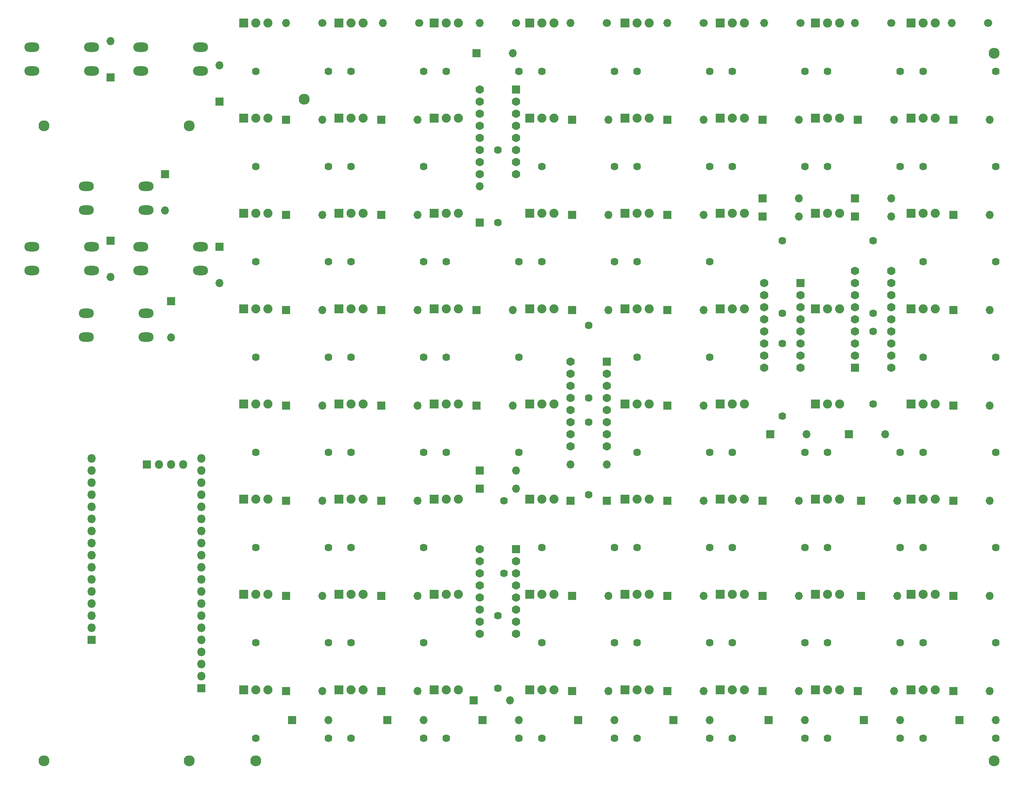
<source format=gbr>
%TF.GenerationSoftware,KiCad,Pcbnew,5.1.6-c6e7f7d~86~ubuntu18.04.1*%
%TF.CreationDate,2020-06-02T23:01:44+03:00*%
%TF.ProjectId,chessboard_pcb,63686573-7362-46f6-9172-645f7063622e,rev?*%
%TF.SameCoordinates,Original*%
%TF.FileFunction,Soldermask,Top*%
%TF.FilePolarity,Negative*%
%FSLAX46Y46*%
G04 Gerber Fmt 4.6, Leading zero omitted, Abs format (unit mm)*
G04 Created by KiCad (PCBNEW 5.1.6-c6e7f7d~86~ubuntu18.04.1) date 2020-06-02 23:01:44*
%MOMM*%
%LPD*%
G01*
G04 APERTURE LIST*
%ADD10C,2.300000*%
%ADD11O,3.148000X1.950000*%
%ADD12O,1.700000X1.700000*%
%ADD13R,1.700000X1.700000*%
%ADD14C,1.624000*%
%ADD15C,1.700000*%
%ADD16O,1.800000X1.800000*%
%ADD17R,1.800000X1.800000*%
%ADD18C,1.900000*%
%ADD19R,1.900000X1.900000*%
%ADD20R,1.776400X1.776400*%
%ADD21C,1.776400*%
G04 APERTURE END LIST*
D10*
%TO.C,*%
X80010000Y-52070000D03*
%TD*%
%TO.C,*%
X49530000Y-52070000D03*
%TD*%
%TO.C,*%
X49530000Y-185420000D03*
%TD*%
%TO.C,*%
X80010000Y-185420000D03*
%TD*%
%TO.C,*%
X104140000Y-46490000D03*
%TD*%
%TO.C,*%
X248920000Y-36830000D03*
%TD*%
%TO.C,*%
X248920000Y-185420000D03*
%TD*%
%TO.C,*%
X93980000Y-185420000D03*
%TD*%
D11*
%TO.C,SW70*%
X58420000Y-69770000D03*
X58420000Y-64770000D03*
X70920000Y-69770000D03*
X70920000Y-64770000D03*
%TD*%
%TO.C,SW69*%
X69850000Y-40560000D03*
X69850000Y-35560000D03*
X82350000Y-40560000D03*
X82350000Y-35560000D03*
%TD*%
%TO.C,SW68*%
X69850000Y-82470000D03*
X69850000Y-77470000D03*
X82350000Y-82470000D03*
X82350000Y-77470000D03*
%TD*%
%TO.C,SW67*%
X46990000Y-40560000D03*
X46990000Y-35560000D03*
X59490000Y-40560000D03*
X59490000Y-35560000D03*
%TD*%
%TO.C,SW66*%
X58420000Y-96440000D03*
X58420000Y-91440000D03*
X70920000Y-96440000D03*
X70920000Y-91440000D03*
%TD*%
%TO.C,SW65*%
X46990000Y-82470000D03*
X46990000Y-77470000D03*
X59490000Y-82470000D03*
X59490000Y-77470000D03*
%TD*%
D12*
%TO.C,D134*%
X74930000Y-69850000D03*
D13*
X74930000Y-62230000D03*
%TD*%
D12*
%TO.C,D133*%
X86360000Y-39370000D03*
D13*
X86360000Y-46990000D03*
%TD*%
D12*
%TO.C,D132*%
X86360000Y-85090000D03*
D13*
X86360000Y-77470000D03*
%TD*%
D12*
%TO.C,D131*%
X63500000Y-34290000D03*
D13*
X63500000Y-41910000D03*
%TD*%
D12*
%TO.C,D130*%
X76200000Y-96520000D03*
D13*
X76200000Y-88900000D03*
%TD*%
D12*
%TO.C,D129*%
X63500000Y-83820000D03*
D13*
X63500000Y-76200000D03*
%TD*%
D14*
%TO.C,SW64*%
X249220000Y-180640000D03*
X233980000Y-180640000D03*
%TD*%
%TO.C,SW63*%
X249220000Y-160640000D03*
X233980000Y-160640000D03*
%TD*%
%TO.C,SW62*%
X249220000Y-140640000D03*
X233980000Y-140640000D03*
%TD*%
%TO.C,SW61*%
X249220000Y-120640000D03*
X233980000Y-120640000D03*
%TD*%
%TO.C,SW60*%
X249220000Y-100640000D03*
X233980000Y-100640000D03*
%TD*%
%TO.C,SW59*%
X249220000Y-80640000D03*
X233980000Y-80640000D03*
%TD*%
%TO.C,SW58*%
X249220000Y-60640000D03*
X233980000Y-60640000D03*
%TD*%
%TO.C,SW57*%
X249220000Y-40640000D03*
X233980000Y-40640000D03*
%TD*%
%TO.C,SW56*%
X229220000Y-180640000D03*
X213980000Y-180640000D03*
%TD*%
%TO.C,SW55*%
X229220000Y-160640000D03*
X213980000Y-160640000D03*
%TD*%
%TO.C,SW54*%
X229220000Y-140640000D03*
X213980000Y-140640000D03*
%TD*%
%TO.C,SW53*%
X229220000Y-120640000D03*
X213980000Y-120640000D03*
%TD*%
%TO.C,SW52*%
X223520000Y-110490000D03*
X223520000Y-95250000D03*
%TD*%
%TO.C,SW51*%
X223520000Y-91440000D03*
X223520000Y-76200000D03*
%TD*%
%TO.C,SW50*%
X229220000Y-60640000D03*
X213980000Y-60640000D03*
%TD*%
%TO.C,SW49*%
X229220000Y-40640000D03*
X213980000Y-40640000D03*
%TD*%
%TO.C,SW48*%
X209220000Y-180640000D03*
X193980000Y-180640000D03*
%TD*%
%TO.C,SW47*%
X209220000Y-160640000D03*
X193980000Y-160640000D03*
%TD*%
%TO.C,SW46*%
X209220000Y-140640000D03*
X193980000Y-140640000D03*
%TD*%
%TO.C,SW45*%
X209220000Y-120640000D03*
X193980000Y-120640000D03*
%TD*%
%TO.C,SW44*%
X204470000Y-97790000D03*
X204470000Y-113030000D03*
%TD*%
%TO.C,SW43*%
X204470000Y-91440000D03*
X204470000Y-76200000D03*
%TD*%
%TO.C,SW42*%
X209220000Y-60640000D03*
X193980000Y-60640000D03*
%TD*%
%TO.C,SW41*%
X209220000Y-40640000D03*
X193980000Y-40640000D03*
%TD*%
%TO.C,SW40*%
X189220000Y-180640000D03*
X173980000Y-180640000D03*
%TD*%
%TO.C,SW39*%
X189220000Y-160640000D03*
X173980000Y-160640000D03*
%TD*%
%TO.C,SW38*%
X189220000Y-140640000D03*
X173980000Y-140640000D03*
%TD*%
%TO.C,SW37*%
X189220000Y-120640000D03*
X173980000Y-120640000D03*
%TD*%
%TO.C,SW36*%
X189220000Y-100640000D03*
X173980000Y-100640000D03*
%TD*%
%TO.C,SW35*%
X189220000Y-80640000D03*
X173980000Y-80640000D03*
%TD*%
%TO.C,SW34*%
X189220000Y-60640000D03*
X173980000Y-60640000D03*
%TD*%
%TO.C,SW33*%
X189220000Y-40640000D03*
X173980000Y-40640000D03*
%TD*%
%TO.C,SW32*%
X169220000Y-180640000D03*
X153980000Y-180640000D03*
%TD*%
%TO.C,SW31*%
X169220000Y-160640000D03*
X153980000Y-160640000D03*
%TD*%
%TO.C,SW30*%
X169220000Y-140640000D03*
X153980000Y-140640000D03*
%TD*%
%TO.C,SW29*%
X163830000Y-114300000D03*
X163830000Y-129540000D03*
%TD*%
%TO.C,SW28*%
X163830000Y-109220000D03*
X163830000Y-93980000D03*
%TD*%
%TO.C,SW27*%
X169220000Y-80640000D03*
X153980000Y-80640000D03*
%TD*%
%TO.C,SW26*%
X169220000Y-60640000D03*
X153980000Y-60640000D03*
%TD*%
%TO.C,SW25*%
X169220000Y-40640000D03*
X153980000Y-40640000D03*
%TD*%
%TO.C,SW24*%
X149220000Y-180640000D03*
X133980000Y-180640000D03*
%TD*%
%TO.C,SW23*%
X144780000Y-170180000D03*
X144780000Y-154940000D03*
%TD*%
%TO.C,SW22*%
X146050000Y-130810000D03*
X146050000Y-146050000D03*
%TD*%
%TO.C,SW21*%
X149220000Y-120640000D03*
X133980000Y-120640000D03*
%TD*%
%TO.C,SW20*%
X149220000Y-100640000D03*
X133980000Y-100640000D03*
%TD*%
%TO.C,SW19*%
X149220000Y-80640000D03*
X133980000Y-80640000D03*
%TD*%
%TO.C,SW18*%
X144780000Y-57150000D03*
X144780000Y-72390000D03*
%TD*%
%TO.C,SW17*%
X149220000Y-40640000D03*
X133980000Y-40640000D03*
%TD*%
%TO.C,SW16*%
X129220000Y-180640000D03*
X113980000Y-180640000D03*
%TD*%
%TO.C,SW15*%
X129220000Y-160640000D03*
X113980000Y-160640000D03*
%TD*%
%TO.C,SW14*%
X129220000Y-140640000D03*
X113980000Y-140640000D03*
%TD*%
%TO.C,SW13*%
X129220000Y-120640000D03*
X113980000Y-120640000D03*
%TD*%
%TO.C,SW12*%
X129220000Y-100640000D03*
X113980000Y-100640000D03*
%TD*%
%TO.C,SW11*%
X129220000Y-80640000D03*
X113980000Y-80640000D03*
%TD*%
%TO.C,SW10*%
X129220000Y-60640000D03*
X113980000Y-60640000D03*
%TD*%
%TO.C,SW9*%
X129220000Y-40640000D03*
X113980000Y-40640000D03*
%TD*%
%TO.C,SW8*%
X109220000Y-180640000D03*
X93980000Y-180640000D03*
%TD*%
%TO.C,SW7*%
X109220000Y-160640000D03*
X93980000Y-160640000D03*
%TD*%
%TO.C,SW6*%
X109220000Y-140640000D03*
X93980000Y-140640000D03*
%TD*%
%TO.C,SW5*%
X109220000Y-120640000D03*
X93980000Y-120640000D03*
%TD*%
%TO.C,SW4*%
X109220000Y-100640000D03*
X93980000Y-100640000D03*
%TD*%
%TO.C,SW3*%
X109220000Y-80640000D03*
X93980000Y-80640000D03*
%TD*%
%TO.C,SW2*%
X109220000Y-60640000D03*
X93980000Y-60640000D03*
%TD*%
%TO.C,SW1*%
X109220000Y-40640000D03*
X93980000Y-40640000D03*
%TD*%
D12*
%TO.C,R8*%
X240030000Y-30480000D03*
D15*
X247650000Y-30480000D03*
%TD*%
D12*
%TO.C,R7*%
X219710000Y-30480000D03*
D15*
X227330000Y-30480000D03*
%TD*%
D12*
%TO.C,R6*%
X200660000Y-30480000D03*
D15*
X208280000Y-30480000D03*
%TD*%
D12*
%TO.C,R5*%
X180340000Y-30480000D03*
D15*
X187960000Y-30480000D03*
%TD*%
D12*
%TO.C,R4*%
X160020000Y-30480000D03*
D15*
X167640000Y-30480000D03*
%TD*%
D12*
%TO.C,R3*%
X140970000Y-30480000D03*
D15*
X148590000Y-30480000D03*
%TD*%
D12*
%TO.C,R2*%
X120650000Y-30480000D03*
D15*
X128270000Y-30480000D03*
%TD*%
D12*
%TO.C,R1*%
X100330000Y-30480000D03*
D15*
X107950000Y-30480000D03*
%TD*%
D12*
%TO.C,D128*%
X249220000Y-176830000D03*
D13*
X241600000Y-176830000D03*
%TD*%
D12*
%TO.C,D127*%
X247950000Y-170800000D03*
D13*
X240330000Y-170800000D03*
%TD*%
D12*
%TO.C,D126*%
X247950000Y-150800000D03*
D13*
X240330000Y-150800000D03*
%TD*%
D12*
%TO.C,D125*%
X247950000Y-130800000D03*
D13*
X240330000Y-130800000D03*
%TD*%
D12*
%TO.C,D124*%
X247950000Y-110800000D03*
D13*
X240330000Y-110800000D03*
%TD*%
D12*
%TO.C,D123*%
X247950000Y-90800000D03*
D13*
X240330000Y-90800000D03*
%TD*%
D12*
%TO.C,D122*%
X247950000Y-70800000D03*
D13*
X240330000Y-70800000D03*
%TD*%
D12*
%TO.C,D121*%
X247950000Y-50800000D03*
D13*
X240330000Y-50800000D03*
%TD*%
D12*
%TO.C,D120*%
X229220000Y-176830000D03*
D13*
X221600000Y-176830000D03*
%TD*%
D12*
%TO.C,D119*%
X227950000Y-170800000D03*
D13*
X220330000Y-170800000D03*
%TD*%
D12*
%TO.C,D118*%
X228600000Y-150800000D03*
D13*
X220980000Y-150800000D03*
%TD*%
D12*
%TO.C,D117*%
X228600000Y-130810000D03*
D13*
X220980000Y-130810000D03*
%TD*%
D12*
%TO.C,D116*%
X226060000Y-116840000D03*
D13*
X218440000Y-116840000D03*
%TD*%
D12*
%TO.C,D115*%
X227330000Y-71120000D03*
D13*
X219710000Y-71120000D03*
%TD*%
D12*
%TO.C,D114*%
X227330000Y-67310000D03*
D13*
X219710000Y-67310000D03*
%TD*%
D12*
%TO.C,D113*%
X227950000Y-50800000D03*
D13*
X220330000Y-50800000D03*
%TD*%
D12*
%TO.C,D112*%
X209220000Y-176830000D03*
D13*
X201600000Y-176830000D03*
%TD*%
D12*
%TO.C,D111*%
X207950000Y-170800000D03*
D13*
X200330000Y-170800000D03*
%TD*%
D12*
%TO.C,D110*%
X207950000Y-150800000D03*
D13*
X200330000Y-150800000D03*
%TD*%
D12*
%TO.C,D109*%
X207950000Y-130800000D03*
D13*
X200330000Y-130800000D03*
%TD*%
D12*
%TO.C,D108*%
X209550000Y-116840000D03*
D13*
X201930000Y-116840000D03*
%TD*%
D12*
%TO.C,D107*%
X207950000Y-71120000D03*
D13*
X200330000Y-71120000D03*
%TD*%
D12*
%TO.C,D106*%
X207950000Y-67310000D03*
D13*
X200330000Y-67310000D03*
%TD*%
D12*
%TO.C,D105*%
X207950000Y-50800000D03*
D13*
X200330000Y-50800000D03*
%TD*%
D12*
%TO.C,D104*%
X189220000Y-176830000D03*
D13*
X181600000Y-176830000D03*
%TD*%
D12*
%TO.C,D103*%
X187950000Y-170800000D03*
D13*
X180330000Y-170800000D03*
%TD*%
D12*
%TO.C,D102*%
X187950000Y-150800000D03*
D13*
X180330000Y-150800000D03*
%TD*%
D12*
%TO.C,D101*%
X187950000Y-130800000D03*
D13*
X180330000Y-130800000D03*
%TD*%
D12*
%TO.C,D100*%
X187950000Y-110800000D03*
D13*
X180330000Y-110800000D03*
%TD*%
D12*
%TO.C,D99*%
X187950000Y-90800000D03*
D13*
X180330000Y-90800000D03*
%TD*%
D12*
%TO.C,D98*%
X187950000Y-70800000D03*
D13*
X180330000Y-70800000D03*
%TD*%
D12*
%TO.C,D97*%
X187950000Y-50800000D03*
D13*
X180330000Y-50800000D03*
%TD*%
D12*
%TO.C,D96*%
X169220000Y-176830000D03*
D13*
X161600000Y-176830000D03*
%TD*%
D12*
%TO.C,D95*%
X167950000Y-170800000D03*
D13*
X160330000Y-170800000D03*
%TD*%
D12*
%TO.C,D94*%
X167950000Y-150800000D03*
D13*
X160330000Y-150800000D03*
%TD*%
D12*
%TO.C,D93*%
X160020000Y-123190000D03*
D13*
X160020000Y-130810000D03*
%TD*%
D12*
%TO.C,D92*%
X167640000Y-123190000D03*
D13*
X167640000Y-130810000D03*
%TD*%
D12*
%TO.C,D91*%
X167950000Y-90800000D03*
D13*
X160330000Y-90800000D03*
%TD*%
D12*
%TO.C,D90*%
X167950000Y-70800000D03*
D13*
X160330000Y-70800000D03*
%TD*%
D12*
%TO.C,D89*%
X167950000Y-50800000D03*
D13*
X160330000Y-50800000D03*
%TD*%
D12*
%TO.C,D88*%
X149220000Y-176830000D03*
D13*
X141600000Y-176830000D03*
%TD*%
D12*
%TO.C,D87*%
X147320000Y-172720000D03*
D13*
X139700000Y-172720000D03*
%TD*%
D12*
%TO.C,D86*%
X148590000Y-128270000D03*
D13*
X140970000Y-128270000D03*
%TD*%
D12*
%TO.C,D85*%
X148590000Y-124460000D03*
D13*
X140970000Y-124460000D03*
%TD*%
D12*
%TO.C,D84*%
X147950000Y-110800000D03*
D13*
X140330000Y-110800000D03*
%TD*%
D12*
%TO.C,D83*%
X147950000Y-90800000D03*
D13*
X140330000Y-90800000D03*
%TD*%
D12*
%TO.C,D82*%
X140970000Y-64770000D03*
D13*
X140970000Y-72390000D03*
%TD*%
D12*
%TO.C,D81*%
X147950000Y-36830000D03*
D13*
X140330000Y-36830000D03*
%TD*%
D12*
%TO.C,D80*%
X129220000Y-176830000D03*
D13*
X121600000Y-176830000D03*
%TD*%
D12*
%TO.C,D79*%
X127950000Y-170800000D03*
D13*
X120330000Y-170800000D03*
%TD*%
D12*
%TO.C,D78*%
X127950000Y-150800000D03*
D13*
X120330000Y-150800000D03*
%TD*%
D12*
%TO.C,D77*%
X127950000Y-130800000D03*
D13*
X120330000Y-130800000D03*
%TD*%
D12*
%TO.C,D76*%
X127950000Y-110800000D03*
D13*
X120330000Y-110800000D03*
%TD*%
D12*
%TO.C,D75*%
X127950000Y-90800000D03*
D13*
X120330000Y-90800000D03*
%TD*%
D12*
%TO.C,D74*%
X127950000Y-70800000D03*
D13*
X120330000Y-70800000D03*
%TD*%
D12*
%TO.C,D73*%
X127950000Y-50800000D03*
D13*
X120330000Y-50800000D03*
%TD*%
D12*
%TO.C,D72*%
X109220000Y-176830000D03*
D13*
X101600000Y-176830000D03*
%TD*%
D12*
%TO.C,D71*%
X107950000Y-170800000D03*
D13*
X100330000Y-170800000D03*
%TD*%
D12*
%TO.C,D70*%
X107950000Y-150800000D03*
D13*
X100330000Y-150800000D03*
%TD*%
D12*
%TO.C,D69*%
X107950000Y-130800000D03*
D13*
X100330000Y-130800000D03*
%TD*%
D12*
%TO.C,D68*%
X107950000Y-110800000D03*
D13*
X100330000Y-110800000D03*
%TD*%
D12*
%TO.C,D67*%
X107950000Y-90800000D03*
D13*
X100330000Y-90800000D03*
%TD*%
D12*
%TO.C,D66*%
X107950000Y-70800000D03*
D13*
X100330000Y-70800000D03*
%TD*%
D12*
%TO.C,D65*%
X107950000Y-50800000D03*
D13*
X100330000Y-50800000D03*
%TD*%
D16*
%TO.C,J3*%
X78740000Y-123190000D03*
X76200000Y-123190000D03*
X73660000Y-123190000D03*
D17*
X71120000Y-123190000D03*
%TD*%
D16*
%TO.C,J2*%
X59550000Y-121920000D03*
X59550000Y-124460000D03*
X59550000Y-127000000D03*
X59550000Y-129540000D03*
X59550000Y-132080000D03*
X59550000Y-134620000D03*
X59550000Y-137160000D03*
X59550000Y-139700000D03*
X59550000Y-142240000D03*
X59550000Y-144780000D03*
X59550000Y-147320000D03*
X59550000Y-149860000D03*
X59550000Y-152400000D03*
X59550000Y-154940000D03*
X59550000Y-157480000D03*
D17*
X59550000Y-160020000D03*
%TD*%
D16*
%TO.C,J1*%
X82550000Y-121920000D03*
X82550000Y-124460000D03*
X82550000Y-127000000D03*
X82550000Y-129540000D03*
X82550000Y-132080000D03*
X82550000Y-134620000D03*
X82550000Y-137160000D03*
X82550000Y-139700000D03*
X82550000Y-142240000D03*
X82550000Y-144780000D03*
X82550000Y-147320000D03*
X82550000Y-149860000D03*
X82550000Y-152400000D03*
X82550000Y-154940000D03*
X82550000Y-157480000D03*
X82550000Y-160020000D03*
X82550000Y-162560000D03*
X82550000Y-165100000D03*
X82550000Y-167640000D03*
D17*
X82550000Y-170180000D03*
%TD*%
D18*
%TO.C,D19*%
X136520000Y-70480000D03*
X133980000Y-70480000D03*
D19*
X131440000Y-70480000D03*
%TD*%
D18*
%TO.C,D27*%
X156520000Y-70480000D03*
X153980000Y-70480000D03*
D19*
X151440000Y-70480000D03*
%TD*%
D20*
%TO.C,U5*%
X148590000Y-140970000D03*
D21*
X148590000Y-143510000D03*
X148590000Y-146050000D03*
X148590000Y-148590000D03*
X148590000Y-151130000D03*
X148590000Y-153670000D03*
X148590000Y-156210000D03*
X148590000Y-158750000D03*
X140970000Y-158750000D03*
X140970000Y-156210000D03*
X140970000Y-153670000D03*
X140970000Y-151130000D03*
X140970000Y-148590000D03*
X140970000Y-146050000D03*
X140970000Y-143510000D03*
X140970000Y-140970000D03*
%TD*%
D20*
%TO.C,U4*%
X148590000Y-44450000D03*
D21*
X148590000Y-46990000D03*
X148590000Y-49530000D03*
X148590000Y-52070000D03*
X148590000Y-54610000D03*
X148590000Y-57150000D03*
X148590000Y-59690000D03*
X148590000Y-62230000D03*
X140970000Y-62230000D03*
X140970000Y-59690000D03*
X140970000Y-57150000D03*
X140970000Y-54610000D03*
X140970000Y-52070000D03*
X140970000Y-49530000D03*
X140970000Y-46990000D03*
X140970000Y-44450000D03*
%TD*%
D20*
%TO.C,U3*%
X219710000Y-102870000D03*
D21*
X219710000Y-100330000D03*
X219710000Y-97790000D03*
X219710000Y-95250000D03*
X219710000Y-92710000D03*
X219710000Y-90170000D03*
X219710000Y-87630000D03*
X219710000Y-85090000D03*
X219710000Y-82550000D03*
X227330000Y-82550000D03*
X227330000Y-85090000D03*
X227330000Y-87630000D03*
X227330000Y-90170000D03*
X227330000Y-92710000D03*
X227330000Y-95250000D03*
X227330000Y-97790000D03*
X227330000Y-100330000D03*
X227330000Y-102870000D03*
%TD*%
D20*
%TO.C,U2*%
X167640000Y-101600000D03*
D21*
X167640000Y-104140000D03*
X167640000Y-106680000D03*
X167640000Y-109220000D03*
X167640000Y-111760000D03*
X167640000Y-114300000D03*
X167640000Y-116840000D03*
X167640000Y-119380000D03*
X160020000Y-119380000D03*
X160020000Y-116840000D03*
X160020000Y-114300000D03*
X160020000Y-111760000D03*
X160020000Y-109220000D03*
X160020000Y-106680000D03*
X160020000Y-104140000D03*
X160020000Y-101600000D03*
%TD*%
D20*
%TO.C,U1*%
X208280000Y-85090000D03*
D21*
X208280000Y-87630000D03*
X208280000Y-90170000D03*
X208280000Y-92710000D03*
X208280000Y-95250000D03*
X208280000Y-97790000D03*
X208280000Y-100330000D03*
X208280000Y-102870000D03*
X200660000Y-102870000D03*
X200660000Y-100330000D03*
X200660000Y-97790000D03*
X200660000Y-95250000D03*
X200660000Y-92710000D03*
X200660000Y-90170000D03*
X200660000Y-87630000D03*
X200660000Y-85090000D03*
%TD*%
D18*
%TO.C,D64*%
X236520000Y-170480000D03*
X233980000Y-170480000D03*
D19*
X231440000Y-170480000D03*
%TD*%
D18*
%TO.C,D63*%
X236520000Y-150480000D03*
X233980000Y-150480000D03*
D19*
X231440000Y-150480000D03*
%TD*%
D18*
%TO.C,D62*%
X236520000Y-130480000D03*
X233980000Y-130480000D03*
D19*
X231440000Y-130480000D03*
%TD*%
D18*
%TO.C,D61*%
X236520000Y-110480000D03*
X233980000Y-110480000D03*
D19*
X231440000Y-110480000D03*
%TD*%
D18*
%TO.C,D60*%
X236520000Y-90480000D03*
X233980000Y-90480000D03*
D19*
X231440000Y-90480000D03*
%TD*%
D18*
%TO.C,D59*%
X236520000Y-70480000D03*
X233980000Y-70480000D03*
D19*
X231440000Y-70480000D03*
%TD*%
D18*
%TO.C,D58*%
X236520000Y-50480000D03*
X233980000Y-50480000D03*
D19*
X231440000Y-50480000D03*
%TD*%
D18*
%TO.C,D57*%
X236520000Y-30480000D03*
X233980000Y-30480000D03*
D19*
X231440000Y-30480000D03*
%TD*%
D18*
%TO.C,D56*%
X216520000Y-170480000D03*
X213980000Y-170480000D03*
D19*
X211440000Y-170480000D03*
%TD*%
D18*
%TO.C,D55*%
X216520000Y-150480000D03*
X213980000Y-150480000D03*
D19*
X211440000Y-150480000D03*
%TD*%
D18*
%TO.C,D54*%
X216520000Y-130480000D03*
X213980000Y-130480000D03*
D19*
X211440000Y-130480000D03*
%TD*%
D18*
%TO.C,D53*%
X216520000Y-110480000D03*
X213980000Y-110480000D03*
D19*
X211440000Y-110480000D03*
%TD*%
D18*
%TO.C,D52*%
X216520000Y-90480000D03*
X213980000Y-90480000D03*
D19*
X211440000Y-90480000D03*
%TD*%
D18*
%TO.C,D51*%
X216520000Y-70480000D03*
X213980000Y-70480000D03*
D19*
X211440000Y-70480000D03*
%TD*%
D18*
%TO.C,D50*%
X216520000Y-50480000D03*
X213980000Y-50480000D03*
D19*
X211440000Y-50480000D03*
%TD*%
D18*
%TO.C,D49*%
X216520000Y-30480000D03*
X213980000Y-30480000D03*
D19*
X211440000Y-30480000D03*
%TD*%
D18*
%TO.C,D48*%
X196520000Y-170480000D03*
X193980000Y-170480000D03*
D19*
X191440000Y-170480000D03*
%TD*%
D18*
%TO.C,D47*%
X196520000Y-150480000D03*
X193980000Y-150480000D03*
D19*
X191440000Y-150480000D03*
%TD*%
D18*
%TO.C,D46*%
X196520000Y-130480000D03*
X193980000Y-130480000D03*
D19*
X191440000Y-130480000D03*
%TD*%
D18*
%TO.C,D45*%
X196520000Y-110480000D03*
X193980000Y-110480000D03*
D19*
X191440000Y-110480000D03*
%TD*%
D18*
%TO.C,D44*%
X196520000Y-90480000D03*
X193980000Y-90480000D03*
D19*
X191440000Y-90480000D03*
%TD*%
D18*
%TO.C,D43*%
X196520000Y-70480000D03*
X193980000Y-70480000D03*
D19*
X191440000Y-70480000D03*
%TD*%
D18*
%TO.C,D42*%
X196520000Y-50480000D03*
X193980000Y-50480000D03*
D19*
X191440000Y-50480000D03*
%TD*%
D18*
%TO.C,D41*%
X196520000Y-30480000D03*
X193980000Y-30480000D03*
D19*
X191440000Y-30480000D03*
%TD*%
D18*
%TO.C,D40*%
X176520000Y-170480000D03*
X173980000Y-170480000D03*
D19*
X171440000Y-170480000D03*
%TD*%
D18*
%TO.C,D39*%
X176520000Y-150480000D03*
X173980000Y-150480000D03*
D19*
X171440000Y-150480000D03*
%TD*%
D18*
%TO.C,D38*%
X176520000Y-130480000D03*
X173980000Y-130480000D03*
D19*
X171440000Y-130480000D03*
%TD*%
D18*
%TO.C,D37*%
X176520000Y-110480000D03*
X173980000Y-110480000D03*
D19*
X171440000Y-110480000D03*
%TD*%
D18*
%TO.C,D36*%
X176520000Y-90480000D03*
X173980000Y-90480000D03*
D19*
X171440000Y-90480000D03*
%TD*%
D18*
%TO.C,D35*%
X176520000Y-70480000D03*
X173980000Y-70480000D03*
D19*
X171440000Y-70480000D03*
%TD*%
D18*
%TO.C,D34*%
X176520000Y-50480000D03*
X173980000Y-50480000D03*
D19*
X171440000Y-50480000D03*
%TD*%
D18*
%TO.C,D33*%
X176520000Y-30480000D03*
X173980000Y-30480000D03*
D19*
X171440000Y-30480000D03*
%TD*%
D18*
%TO.C,D32*%
X156520000Y-170480000D03*
X153980000Y-170480000D03*
D19*
X151440000Y-170480000D03*
%TD*%
D18*
%TO.C,D31*%
X156520000Y-150480000D03*
X153980000Y-150480000D03*
D19*
X151440000Y-150480000D03*
%TD*%
D18*
%TO.C,D30*%
X156520000Y-130480000D03*
X153980000Y-130480000D03*
D19*
X151440000Y-130480000D03*
%TD*%
D18*
%TO.C,D29*%
X156520000Y-110480000D03*
X153980000Y-110480000D03*
D19*
X151440000Y-110480000D03*
%TD*%
D18*
%TO.C,D28*%
X156520000Y-90480000D03*
X153980000Y-90480000D03*
D19*
X151440000Y-90480000D03*
%TD*%
D18*
%TO.C,D26*%
X156520000Y-50480000D03*
X153980000Y-50480000D03*
D19*
X151440000Y-50480000D03*
%TD*%
D18*
%TO.C,D25*%
X156520000Y-30480000D03*
X153980000Y-30480000D03*
D19*
X151440000Y-30480000D03*
%TD*%
D18*
%TO.C,D24*%
X136520000Y-170480000D03*
X133980000Y-170480000D03*
D19*
X131440000Y-170480000D03*
%TD*%
D18*
%TO.C,D23*%
X136520000Y-150480000D03*
X133980000Y-150480000D03*
D19*
X131440000Y-150480000D03*
%TD*%
D18*
%TO.C,D22*%
X136520000Y-130480000D03*
X133980000Y-130480000D03*
D19*
X131440000Y-130480000D03*
%TD*%
D18*
%TO.C,D21*%
X136520000Y-110480000D03*
X133980000Y-110480000D03*
D19*
X131440000Y-110480000D03*
%TD*%
D18*
%TO.C,D20*%
X136520000Y-90480000D03*
X133980000Y-90480000D03*
D19*
X131440000Y-90480000D03*
%TD*%
D18*
%TO.C,D18*%
X136520000Y-50480000D03*
X133980000Y-50480000D03*
D19*
X131440000Y-50480000D03*
%TD*%
D18*
%TO.C,D17*%
X136520000Y-30480000D03*
X133980000Y-30480000D03*
D19*
X131440000Y-30480000D03*
%TD*%
D18*
%TO.C,D16*%
X116520000Y-170480000D03*
X113980000Y-170480000D03*
D19*
X111440000Y-170480000D03*
%TD*%
D18*
%TO.C,D15*%
X116520000Y-150480000D03*
X113980000Y-150480000D03*
D19*
X111440000Y-150480000D03*
%TD*%
D18*
%TO.C,D14*%
X116520000Y-130480000D03*
X113980000Y-130480000D03*
D19*
X111440000Y-130480000D03*
%TD*%
D18*
%TO.C,D13*%
X116520000Y-110480000D03*
X113980000Y-110480000D03*
D19*
X111440000Y-110480000D03*
%TD*%
D18*
%TO.C,D12*%
X116520000Y-90480000D03*
X113980000Y-90480000D03*
D19*
X111440000Y-90480000D03*
%TD*%
D18*
%TO.C,D11*%
X116520000Y-70480000D03*
X113980000Y-70480000D03*
D19*
X111440000Y-70480000D03*
%TD*%
D18*
%TO.C,D10*%
X116520000Y-50480000D03*
X113980000Y-50480000D03*
D19*
X111440000Y-50480000D03*
%TD*%
D18*
%TO.C,D9*%
X116520000Y-30480000D03*
X113980000Y-30480000D03*
D19*
X111440000Y-30480000D03*
%TD*%
D18*
%TO.C,D8*%
X96520000Y-170480000D03*
X93980000Y-170480000D03*
D19*
X91440000Y-170480000D03*
%TD*%
D18*
%TO.C,D7*%
X96520000Y-150480000D03*
X93980000Y-150480000D03*
D19*
X91440000Y-150480000D03*
%TD*%
D18*
%TO.C,D6*%
X96520000Y-130480000D03*
X93980000Y-130480000D03*
D19*
X91440000Y-130480000D03*
%TD*%
D18*
%TO.C,D5*%
X96520000Y-110480000D03*
X93980000Y-110480000D03*
D19*
X91440000Y-110480000D03*
%TD*%
D18*
%TO.C,D4*%
X96520000Y-90480000D03*
X93980000Y-90480000D03*
D19*
X91440000Y-90480000D03*
%TD*%
D18*
%TO.C,D3*%
X96520000Y-70480000D03*
X93980000Y-70480000D03*
D19*
X91440000Y-70480000D03*
%TD*%
D18*
%TO.C,D2*%
X96520000Y-50480000D03*
X93980000Y-50480000D03*
D19*
X91440000Y-50480000D03*
%TD*%
D18*
%TO.C,D1*%
X96520000Y-30480000D03*
X93980000Y-30480000D03*
D19*
X91440000Y-30480000D03*
%TD*%
M02*

</source>
